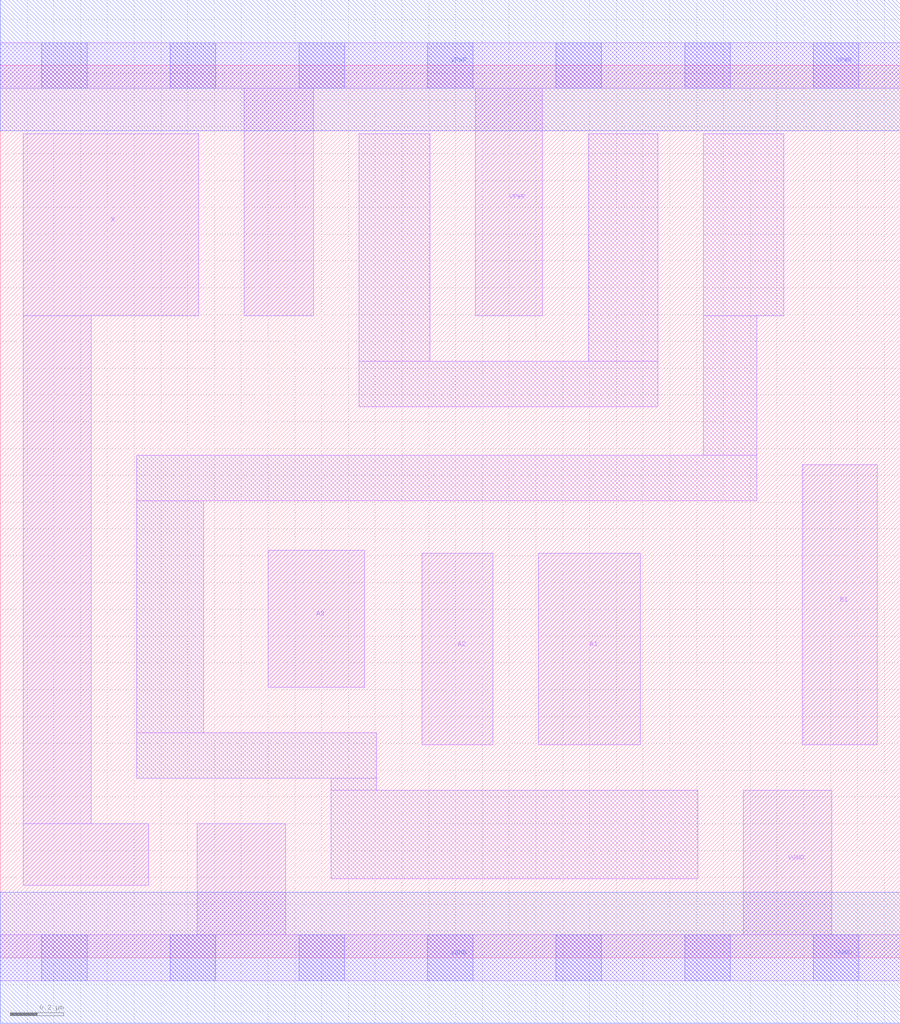
<source format=lef>
# Copyright 2020 The SkyWater PDK Authors
#
# Licensed under the Apache License, Version 2.0 (the "License");
# you may not use this file except in compliance with the License.
# You may obtain a copy of the License at
#
#     https://www.apache.org/licenses/LICENSE-2.0
#
# Unless required by applicable law or agreed to in writing, software
# distributed under the License is distributed on an "AS IS" BASIS,
# WITHOUT WARRANTIES OR CONDITIONS OF ANY KIND, either express or implied.
# See the License for the specific language governing permissions and
# limitations under the License.
#
# SPDX-License-Identifier: Apache-2.0

VERSION 5.7 ;
  NAMESCASESENSITIVE ON ;
  NOWIREEXTENSIONATPIN ON ;
  DIVIDERCHAR "/" ;
  BUSBITCHARS "[]" ;
UNITS
  DATABASE MICRONS 200 ;
END UNITS
MACRO sky130_fd_sc_lp__a31o_0
  CLASS CORE ;
  SOURCE USER ;
  FOREIGN sky130_fd_sc_lp__a31o_0 ;
  ORIGIN  0.000000  0.000000 ;
  SIZE  3.360000 BY  3.330000 ;
  SYMMETRY X Y R90 ;
  SITE unit ;
  PIN A1
    ANTENNAGATEAREA  0.159000 ;
    DIRECTION INPUT ;
    USE SIGNAL ;
    PORT
      LAYER li1 ;
        RECT 2.010000 0.795000 2.390000 1.510000 ;
    END
  END A1
  PIN A2
    ANTENNAGATEAREA  0.159000 ;
    DIRECTION INPUT ;
    USE SIGNAL ;
    PORT
      LAYER li1 ;
        RECT 1.575000 0.795000 1.840000 1.510000 ;
    END
  END A2
  PIN A3
    ANTENNAGATEAREA  0.159000 ;
    DIRECTION INPUT ;
    USE SIGNAL ;
    PORT
      LAYER li1 ;
        RECT 1.000000 1.010000 1.360000 1.520000 ;
    END
  END A3
  PIN B1
    ANTENNAGATEAREA  0.159000 ;
    DIRECTION INPUT ;
    USE SIGNAL ;
    PORT
      LAYER li1 ;
        RECT 2.995000 0.795000 3.275000 1.840000 ;
    END
  END B1
  PIN X
    ANTENNADIFFAREA  0.289300 ;
    DIRECTION OUTPUT ;
    USE SIGNAL ;
    PORT
      LAYER li1 ;
        RECT 0.085000 0.270000 0.555000 0.500000 ;
        RECT 0.085000 0.500000 0.340000 2.395000 ;
        RECT 0.085000 2.395000 0.740000 3.075000 ;
    END
  END X
  PIN VGND
    DIRECTION INOUT ;
    USE GROUND ;
    PORT
      LAYER li1 ;
        RECT 0.000000 -0.085000 3.360000 0.085000 ;
        RECT 0.735000  0.085000 1.065000 0.500000 ;
        RECT 2.775000  0.085000 3.105000 0.625000 ;
      LAYER mcon ;
        RECT 0.155000 -0.085000 0.325000 0.085000 ;
        RECT 0.635000 -0.085000 0.805000 0.085000 ;
        RECT 1.115000 -0.085000 1.285000 0.085000 ;
        RECT 1.595000 -0.085000 1.765000 0.085000 ;
        RECT 2.075000 -0.085000 2.245000 0.085000 ;
        RECT 2.555000 -0.085000 2.725000 0.085000 ;
        RECT 3.035000 -0.085000 3.205000 0.085000 ;
      LAYER met1 ;
        RECT 0.000000 -0.245000 3.360000 0.245000 ;
    END
  END VGND
  PIN VPWR
    DIRECTION INOUT ;
    USE POWER ;
    PORT
      LAYER li1 ;
        RECT 0.000000 3.245000 3.360000 3.415000 ;
        RECT 0.910000 2.395000 1.170000 3.245000 ;
        RECT 1.775000 2.395000 2.025000 3.245000 ;
      LAYER mcon ;
        RECT 0.155000 3.245000 0.325000 3.415000 ;
        RECT 0.635000 3.245000 0.805000 3.415000 ;
        RECT 1.115000 3.245000 1.285000 3.415000 ;
        RECT 1.595000 3.245000 1.765000 3.415000 ;
        RECT 2.075000 3.245000 2.245000 3.415000 ;
        RECT 2.555000 3.245000 2.725000 3.415000 ;
        RECT 3.035000 3.245000 3.205000 3.415000 ;
      LAYER met1 ;
        RECT 0.000000 3.085000 3.360000 3.575000 ;
    END
  END VPWR
  OBS
    LAYER li1 ;
      RECT 0.510000 0.670000 1.405000 0.840000 ;
      RECT 0.510000 0.840000 0.760000 1.705000 ;
      RECT 0.510000 1.705000 2.825000 1.875000 ;
      RECT 1.235000 0.295000 2.605000 0.625000 ;
      RECT 1.235000 0.625000 1.405000 0.670000 ;
      RECT 1.340000 2.055000 2.455000 2.225000 ;
      RECT 1.340000 2.225000 1.605000 3.075000 ;
      RECT 2.195000 2.225000 2.455000 3.075000 ;
      RECT 2.625000 1.875000 2.825000 2.395000 ;
      RECT 2.625000 2.395000 2.925000 3.075000 ;
  END
END sky130_fd_sc_lp__a31o_0

</source>
